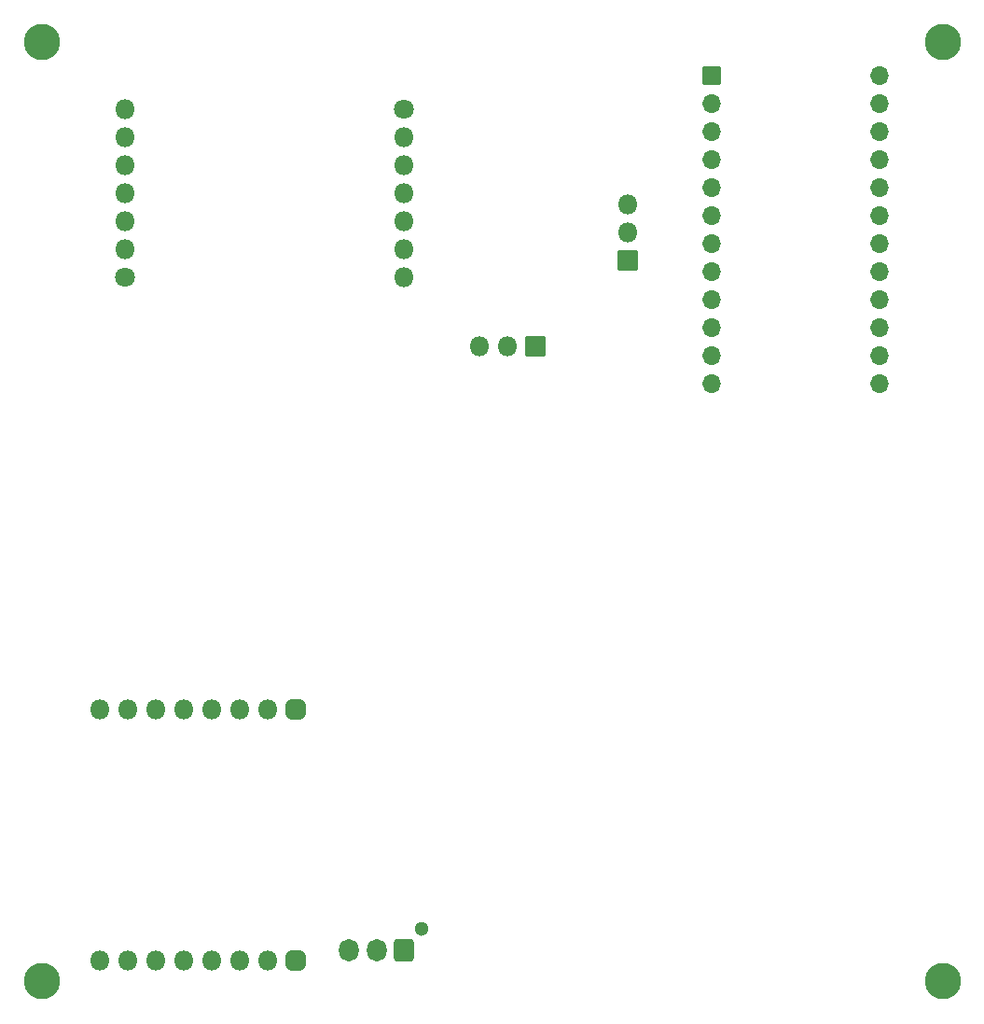
<source format=gbr>
%TF.GenerationSoftware,KiCad,Pcbnew,(6.0.1)*%
%TF.CreationDate,2023-03-02T15:38:04+08:00*%
%TF.ProjectId,Scroller Motor 1,5363726f-6c6c-4657-9220-4d6f746f7220,rev?*%
%TF.SameCoordinates,Original*%
%TF.FileFunction,Soldermask,Bot*%
%TF.FilePolarity,Negative*%
%FSLAX46Y46*%
G04 Gerber Fmt 4.6, Leading zero omitted, Abs format (unit mm)*
G04 Created by KiCad (PCBNEW (6.0.1)) date 2023-03-02 15:38:04*
%MOMM*%
%LPD*%
G01*
G04 APERTURE LIST*
G04 Aperture macros list*
%AMRoundRect*
0 Rectangle with rounded corners*
0 $1 Rounding radius*
0 $2 $3 $4 $5 $6 $7 $8 $9 X,Y pos of 4 corners*
0 Add a 4 corners polygon primitive as box body*
4,1,4,$2,$3,$4,$5,$6,$7,$8,$9,$2,$3,0*
0 Add four circle primitives for the rounded corners*
1,1,$1+$1,$2,$3*
1,1,$1+$1,$4,$5*
1,1,$1+$1,$6,$7*
1,1,$1+$1,$8,$9*
0 Add four rect primitives between the rounded corners*
20,1,$1+$1,$2,$3,$4,$5,0*
20,1,$1+$1,$4,$5,$6,$7,0*
20,1,$1+$1,$6,$7,$8,$9,0*
20,1,$1+$1,$8,$9,$2,$3,0*%
G04 Aperture macros list end*
%ADD10RoundRect,0.449500X0.450500X-0.450500X0.450500X0.450500X-0.450500X0.450500X-0.450500X-0.450500X0*%
%ADD11O,1.800000X1.800000*%
%ADD12RoundRect,0.050000X-0.850000X0.850000X-0.850000X-0.850000X0.850000X-0.850000X0.850000X0.850000X0*%
%ADD13RoundRect,0.050000X0.850000X0.850000X-0.850000X0.850000X-0.850000X-0.850000X0.850000X-0.850000X0*%
%ADD14C,3.300000*%
%ADD15RoundRect,0.050000X0.800000X0.800000X-0.800000X0.800000X-0.800000X-0.800000X0.800000X-0.800000X0*%
%ADD16O,1.700000X1.700000*%
%ADD17C,1.800000*%
%ADD18C,1.300000*%
%ADD19RoundRect,0.300000X0.600000X0.725000X-0.600000X0.725000X-0.600000X-0.725000X0.600000X-0.725000X0*%
%ADD20O,1.800000X2.050000*%
G04 APERTURE END LIST*
D10*
%TO.C,TMC1*%
X100622893Y-130547107D03*
D11*
X98082893Y-130547107D03*
X95542893Y-130547107D03*
X93002893Y-130547107D03*
X90462893Y-130547107D03*
X87922893Y-130547107D03*
X85382893Y-130547107D03*
X82842893Y-130547107D03*
D10*
X100622893Y-153347107D03*
D11*
X98082893Y-153347107D03*
X95542893Y-153347107D03*
X93002893Y-153347107D03*
X90462893Y-153347107D03*
X87922893Y-153347107D03*
X85382893Y-153347107D03*
X82842893Y-153347107D03*
%TD*%
D12*
%TO.C,J2*%
X122400000Y-97600000D03*
D11*
X119860000Y-97600000D03*
X117320000Y-97600000D03*
%TD*%
D13*
%TO.C,J3*%
X130800000Y-89800000D03*
D11*
X130800000Y-87260000D03*
X130800000Y-84720000D03*
%TD*%
D14*
%TO.C,MHole_4*%
X77600000Y-70000000D03*
%TD*%
%TO.C,MHole_3*%
X77600000Y-155200000D03*
%TD*%
D15*
%TO.C,QMK1*%
X138430000Y-73025000D03*
D16*
X138430000Y-75565000D03*
X138430000Y-78105000D03*
X138430000Y-80645000D03*
X138430000Y-83185000D03*
X138430000Y-85725000D03*
X138430000Y-88265000D03*
X138430000Y-90805000D03*
X138430000Y-93345000D03*
X138430000Y-95885000D03*
X138430000Y-98425000D03*
X138430000Y-100965000D03*
X153670000Y-100965000D03*
X153670000Y-98425000D03*
X153670000Y-95885000D03*
X153670000Y-93345000D03*
X153670000Y-90805000D03*
X153670000Y-88265000D03*
X153670000Y-85725000D03*
X153670000Y-83185000D03*
X153670000Y-80645000D03*
X153670000Y-78105000D03*
X153670000Y-75565000D03*
X153670000Y-73025000D03*
%TD*%
D11*
%TO.C,ESP32*%
X85170500Y-76106000D03*
X85170500Y-78646000D03*
X85170500Y-81186000D03*
X85170500Y-83726000D03*
X85170500Y-86266000D03*
X85170500Y-88806000D03*
D17*
X85170500Y-91346000D03*
X110490000Y-76126000D03*
D11*
X110490000Y-78666000D03*
X110490000Y-81206000D03*
X110490000Y-83746000D03*
X110490000Y-86286000D03*
X110490000Y-88826000D03*
X110490000Y-91366000D03*
%TD*%
D14*
%TO.C,MHole_2*%
X159400000Y-155200000D03*
%TD*%
%TO.C,MHole_1*%
X159385000Y-70000000D03*
%TD*%
D18*
%TO.C,J1*%
X112090000Y-150400000D03*
D19*
X110490000Y-152400000D03*
D20*
X107990000Y-152400000D03*
X105490000Y-152400000D03*
%TD*%
M02*

</source>
